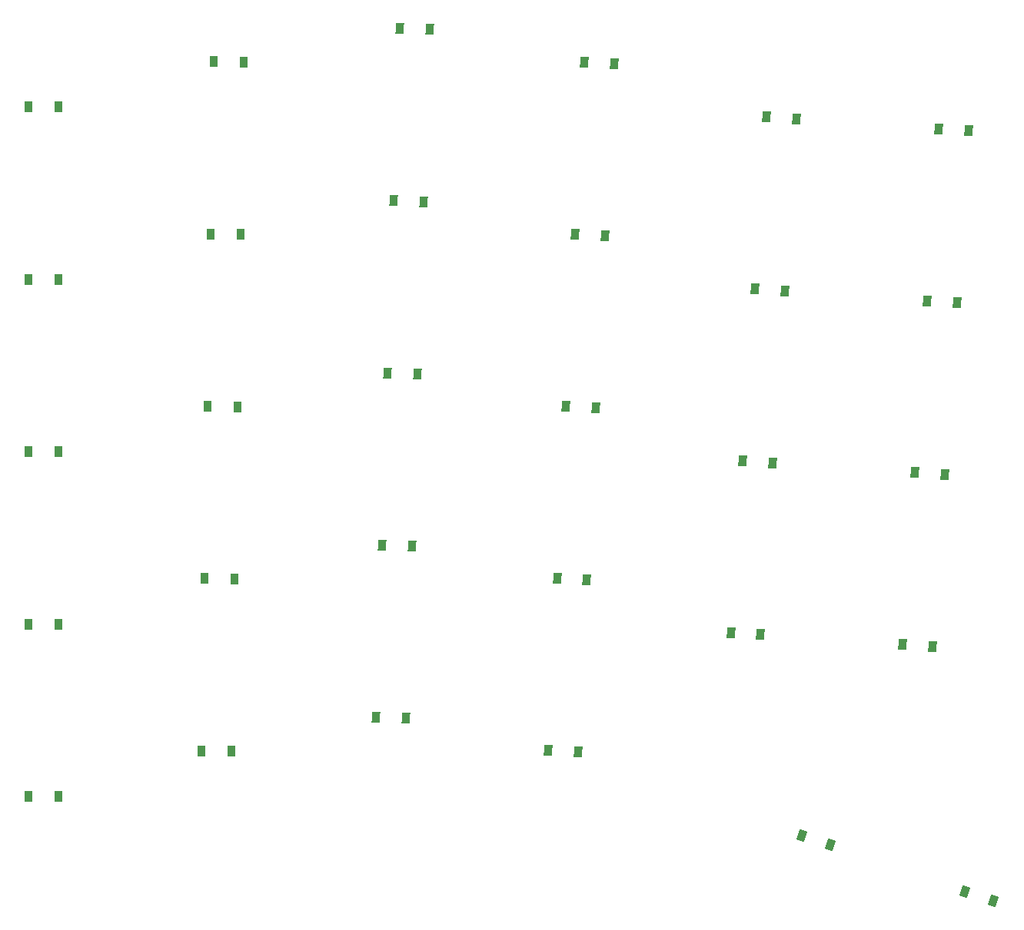
<source format=gbr>
%TF.GenerationSoftware,KiCad,Pcbnew,8.0.4*%
%TF.CreationDate,2024-08-23T21:57:30-04:00*%
%TF.ProjectId,left,6c656674-2e6b-4696-9361-645f70636258,v1.0.0*%
%TF.SameCoordinates,Original*%
%TF.FileFunction,Paste,Top*%
%TF.FilePolarity,Positive*%
%FSLAX46Y46*%
G04 Gerber Fmt 4.6, Leading zero omitted, Abs format (unit mm)*
G04 Created by KiCad (PCBNEW 8.0.4) date 2024-08-23 21:57:30*
%MOMM*%
%LPD*%
G01*
G04 APERTURE LIST*
G04 Aperture macros list*
%AMRotRect*
0 Rectangle, with rotation*
0 The origin of the aperture is its center*
0 $1 length*
0 $2 width*
0 $3 Rotation angle, in degrees counterclockwise*
0 Add horizontal line*
21,1,$1,$2,0,0,$3*%
G04 Aperture macros list end*
%ADD10RotRect,0.900000X1.200000X359.000000*%
%ADD11RotRect,0.900000X1.200000X357.000000*%
%ADD12RotRect,0.900000X1.200000X358.000000*%
%ADD13RotRect,0.900000X1.200000X356.000000*%
%ADD14R,0.900000X1.200000*%
%ADD15RotRect,0.900000X1.200000X341.000000*%
G04 APERTURE END LIST*
D10*
%TO.C,D8*%
X68100704Y-151977753D03*
X71400202Y-152035345D03*
%TD*%
D11*
%TO.C,D18*%
X107553350Y-151966044D03*
X110848828Y-152138752D03*
%TD*%
D12*
%TO.C,D15*%
X89244780Y-110323964D03*
X92542770Y-110439132D03*
%TD*%
D11*
%TO.C,D17*%
X106558967Y-170940005D03*
X109854445Y-171112713D03*
%TD*%
D10*
%TO.C,D9*%
X68432300Y-132980647D03*
X71731798Y-133038239D03*
%TD*%
D13*
%TO.C,D26*%
X145970189Y-159296019D03*
X149262151Y-159526215D03*
%TD*%
%TO.C,D24*%
X129667218Y-120063212D03*
X132959180Y-120293408D03*
%TD*%
D12*
%TO.C,D11*%
X86592418Y-186277667D03*
X89890408Y-186392835D03*
%TD*%
D13*
%TO.C,D28*%
X148620935Y-121388585D03*
X151912897Y-121618781D03*
%TD*%
D14*
%TO.C,D5*%
X48350000Y-119000000D03*
X51650000Y-119000000D03*
%TD*%
D10*
%TO.C,D7*%
X67769109Y-170974859D03*
X71068607Y-171032451D03*
%TD*%
D12*
%TO.C,D14*%
X88581690Y-129312390D03*
X91879680Y-129427558D03*
%TD*%
D14*
%TO.C,D2*%
X48350000Y-176000000D03*
X51650000Y-176000000D03*
%TD*%
%TO.C,D4*%
X48350000Y-138000000D03*
X51650000Y-138000000D03*
%TD*%
D13*
%TO.C,D25*%
X144644816Y-178249736D03*
X147936778Y-178479932D03*
%TD*%
%TO.C,D22*%
X127016472Y-157970646D03*
X130308434Y-158200842D03*
%TD*%
D10*
%TO.C,D10*%
X68763896Y-113983541D03*
X72063394Y-114041133D03*
%TD*%
D14*
%TO.C,D1*%
X48350000Y-195000000D03*
X51650000Y-195000000D03*
%TD*%
D13*
%TO.C,D23*%
X128341845Y-139016929D03*
X131633807Y-139247125D03*
%TD*%
%TO.C,D21*%
X125691099Y-176924363D03*
X128983061Y-177154559D03*
%TD*%
D15*
%TO.C,D30*%
X151466755Y-205452758D03*
X154586967Y-206527132D03*
%TD*%
D13*
%TO.C,D27*%
X147295562Y-140342302D03*
X150587524Y-140572498D03*
%TD*%
D14*
%TO.C,D3*%
X48350000Y-157000000D03*
X51650000Y-157000000D03*
%TD*%
D11*
%TO.C,D16*%
X105564584Y-189913966D03*
X108860062Y-190086674D03*
%TD*%
%TO.C,D19*%
X108547733Y-132992083D03*
X111843211Y-133164791D03*
%TD*%
D15*
%TO.C,D29*%
X133501902Y-199266963D03*
X136622114Y-200341337D03*
%TD*%
D11*
%TO.C,D20*%
X109542117Y-114018121D03*
X112837595Y-114190829D03*
%TD*%
D12*
%TO.C,D13*%
X87918599Y-148300815D03*
X91216589Y-148415983D03*
%TD*%
%TO.C,D12*%
X87255509Y-167289241D03*
X90553499Y-167404409D03*
%TD*%
D10*
%TO.C,D6*%
X67437513Y-189971966D03*
X70737011Y-190029558D03*
%TD*%
M02*

</source>
